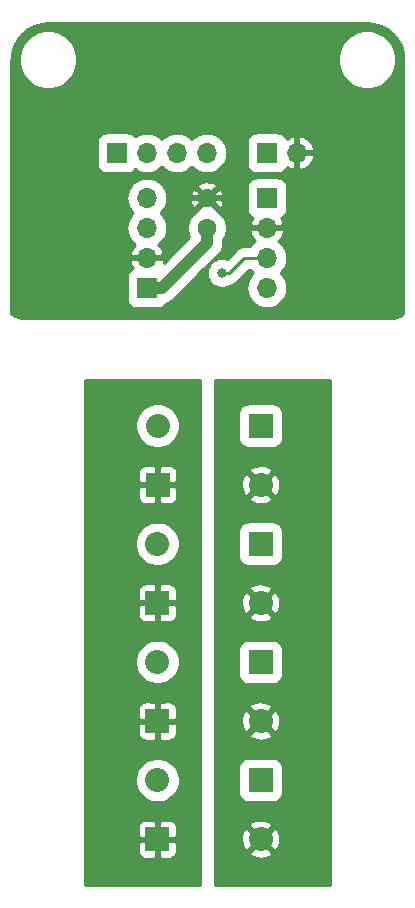
<source format=gbr>
G04 #@! TF.GenerationSoftware,KiCad,Pcbnew,(5.1.2-1)-1*
G04 #@! TF.CreationDate,2019-06-03T16:39:24-07:00*
G04 #@! TF.ProjectId,PowerDistribution,506f7765-7244-4697-9374-726962757469,rev?*
G04 #@! TF.SameCoordinates,Original*
G04 #@! TF.FileFunction,Copper,L2,Bot*
G04 #@! TF.FilePolarity,Positive*
%FSLAX46Y46*%
G04 Gerber Fmt 4.6, Leading zero omitted, Abs format (unit mm)*
G04 Created by KiCad (PCBNEW (5.1.2-1)-1) date 2019-06-03 16:39:24*
%MOMM*%
%LPD*%
G04 APERTURE LIST*
%ADD10C,2.032000*%
%ADD11R,2.032000X2.032000*%
%ADD12C,1.600000*%
%ADD13O,1.700000X1.700000*%
%ADD14R,1.700000X1.700000*%
%ADD15C,0.800000*%
%ADD16C,1.000000*%
%ADD17C,0.500000*%
%ADD18C,0.250000*%
%ADD19C,0.254000*%
G04 APERTURE END LIST*
D10*
X129000000Y-19998720D03*
D11*
X129000000Y-15000000D03*
D10*
X129000000Y-9998720D03*
D11*
X129000000Y-5000000D03*
D10*
X129000000Y1280D03*
D11*
X129000000Y5000000D03*
D10*
X129000000Y10001280D03*
D11*
X129000000Y15000000D03*
D10*
X120250000Y-15001280D03*
D11*
X120250000Y-20000000D03*
D10*
X120250000Y-5001280D03*
D11*
X120250000Y-10000000D03*
D10*
X120250000Y4998720D03*
D11*
X120250000Y0D03*
D10*
X120285000Y14998720D03*
D11*
X120285000Y10000000D03*
D12*
X124460000Y34250000D03*
X124460000Y31750000D03*
D13*
X119380000Y34290000D03*
X119380000Y31750000D03*
X119380000Y29210000D03*
D14*
X119380000Y26670000D03*
D13*
X132080000Y38100000D03*
D14*
X129540000Y38100000D03*
D13*
X124460000Y38100000D03*
X121920000Y38100000D03*
X119380000Y38100000D03*
D14*
X116840000Y38100000D03*
D13*
X129540000Y26670000D03*
X129540000Y29210000D03*
X129540000Y31750000D03*
D14*
X129540000Y34290000D03*
D15*
X125730000Y27940000D03*
D16*
X124460000Y30480000D02*
X120650000Y26670000D01*
X120650000Y26670000D02*
X119380000Y26670000D01*
X124460000Y31750000D02*
X124460000Y30480000D01*
D17*
X121920000Y33020000D02*
X123150000Y34250000D01*
X123150000Y34250000D02*
X124460000Y34250000D01*
X121920000Y30480000D02*
X121920000Y33020000D01*
X120650000Y29210000D02*
X121920000Y30480000D01*
X119380000Y29210000D02*
X120650000Y29210000D01*
X130810000Y31750000D02*
X132080000Y33020000D01*
X132080000Y38100000D02*
X132080000Y33020000D01*
X130810000Y31750000D02*
X129540000Y31750000D01*
X125770000Y34250000D02*
X124460000Y34250000D01*
X128270000Y31750000D02*
X125770000Y34250000D01*
X129540000Y31750000D02*
X128270000Y31750000D01*
D18*
X127635000Y29210000D02*
X129540000Y29210000D01*
X126365000Y27940000D02*
X127635000Y29210000D01*
X125730000Y27940000D02*
X126365000Y27940000D01*
D19*
G36*
X138600897Y49034756D02*
G01*
X139178905Y48860245D01*
X139712014Y48576786D01*
X140179911Y48195179D01*
X140564773Y47729960D01*
X140851946Y47198846D01*
X141030486Y46622073D01*
X141098000Y45979726D01*
X141098000Y24488651D01*
X141012445Y24424605D01*
X140777940Y24296556D01*
X140527593Y24203181D01*
X140266504Y24146385D01*
X139995470Y24127000D01*
X109004530Y24127000D01*
X108733496Y24146385D01*
X108472407Y24203181D01*
X108222060Y24296556D01*
X107987555Y24424605D01*
X107902000Y24488651D01*
X107902000Y27520000D01*
X117648757Y27520000D01*
X117648757Y25820000D01*
X117665690Y25648078D01*
X117715838Y25482763D01*
X117797273Y25330408D01*
X117906867Y25196867D01*
X118040408Y25087273D01*
X118192763Y25005838D01*
X118358078Y24955690D01*
X118530000Y24938757D01*
X120230000Y24938757D01*
X120401922Y24955690D01*
X120567237Y25005838D01*
X120719592Y25087273D01*
X120853133Y25196867D01*
X120957806Y25324412D01*
X120977573Y25330408D01*
X121179505Y25391663D01*
X121418721Y25519527D01*
X121628397Y25691603D01*
X121671521Y25744150D01*
X123993145Y28065774D01*
X124453000Y28065774D01*
X124453000Y27814226D01*
X124502074Y27567513D01*
X124598337Y27335114D01*
X124738089Y27125960D01*
X124915960Y26948089D01*
X125125114Y26808337D01*
X125357513Y26712074D01*
X125604226Y26663000D01*
X125855774Y26663000D01*
X126102487Y26712074D01*
X126334886Y26808337D01*
X126544040Y26948089D01*
X126547031Y26951080D01*
X126561426Y26952498D01*
X126750304Y27009794D01*
X126924375Y27102836D01*
X127076949Y27228051D01*
X127108331Y27266290D01*
X128050042Y28208000D01*
X128128198Y28208000D01*
X128312918Y27982918D01*
X128365214Y27940000D01*
X128312918Y27897082D01*
X128097104Y27634112D01*
X127936740Y27334092D01*
X127837988Y27008551D01*
X127804644Y26670000D01*
X127837988Y26331449D01*
X127936740Y26005908D01*
X128097104Y25705888D01*
X128312918Y25442918D01*
X128575888Y25227104D01*
X128875908Y25066740D01*
X129201449Y24967988D01*
X129455159Y24943000D01*
X129624841Y24943000D01*
X129878551Y24967988D01*
X130204092Y25066740D01*
X130504112Y25227104D01*
X130767082Y25442918D01*
X130982896Y25705888D01*
X131143260Y26005908D01*
X131242012Y26331449D01*
X131275356Y26670000D01*
X131242012Y27008551D01*
X131143260Y27334092D01*
X130982896Y27634112D01*
X130767082Y27897082D01*
X130714786Y27940000D01*
X130767082Y27982918D01*
X130982896Y28245888D01*
X131143260Y28545908D01*
X131242012Y28871449D01*
X131275356Y29210000D01*
X131242012Y29548551D01*
X131143260Y29874092D01*
X130982896Y30174112D01*
X130767082Y30437082D01*
X130517746Y30641707D01*
X130637588Y30749731D01*
X130811641Y30983080D01*
X130936825Y31245901D01*
X130981476Y31393110D01*
X130860155Y31623000D01*
X129667000Y31623000D01*
X129667000Y31603000D01*
X129413000Y31603000D01*
X129413000Y31623000D01*
X128219845Y31623000D01*
X128098524Y31393110D01*
X128143175Y31245901D01*
X128268359Y30983080D01*
X128442412Y30749731D01*
X128562254Y30641707D01*
X128312918Y30437082D01*
X128128198Y30212000D01*
X127684215Y30212000D01*
X127634999Y30216847D01*
X127585783Y30212000D01*
X127585777Y30212000D01*
X127458612Y30199476D01*
X127438573Y30197502D01*
X127381277Y30180121D01*
X127249696Y30140206D01*
X127075625Y30047164D01*
X126923051Y29921949D01*
X126891673Y29883715D01*
X126154387Y29146428D01*
X126102487Y29167926D01*
X125855774Y29217000D01*
X125604226Y29217000D01*
X125357513Y29167926D01*
X125125114Y29071663D01*
X124915960Y28931911D01*
X124738089Y28754040D01*
X124598337Y28544886D01*
X124502074Y28312487D01*
X124453000Y28065774D01*
X123993145Y28065774D01*
X125385855Y29458483D01*
X125438397Y29501603D01*
X125610473Y29711279D01*
X125738337Y29950495D01*
X125806170Y30174112D01*
X125817075Y30210060D01*
X125843662Y30480000D01*
X125837000Y30547640D01*
X125837000Y30792306D01*
X125946138Y30955643D01*
X126072554Y31260837D01*
X126137000Y31584830D01*
X126137000Y31915170D01*
X126072554Y32239163D01*
X125946138Y32544357D01*
X125762611Y32819025D01*
X125529025Y33052611D01*
X125264834Y33229137D01*
X125273097Y33257298D01*
X124460000Y34070395D01*
X123646903Y33257298D01*
X123655166Y33229137D01*
X123390975Y33052611D01*
X123157389Y32819025D01*
X122973862Y32544357D01*
X122847446Y32239163D01*
X122783000Y31915170D01*
X122783000Y31584830D01*
X122847446Y31260837D01*
X122973862Y30955643D01*
X122979633Y30947005D01*
X120793498Y28760869D01*
X120821476Y28853110D01*
X120700155Y29083000D01*
X119507000Y29083000D01*
X119507000Y29063000D01*
X119253000Y29063000D01*
X119253000Y29083000D01*
X118059845Y29083000D01*
X117938524Y28853110D01*
X117983175Y28705901D01*
X118108359Y28443080D01*
X118190502Y28332953D01*
X118040408Y28252727D01*
X117906867Y28143133D01*
X117797273Y28009592D01*
X117715838Y27857237D01*
X117665690Y27691922D01*
X117648757Y27520000D01*
X107902000Y27520000D01*
X107902000Y34290000D01*
X117644644Y34290000D01*
X117677988Y33951449D01*
X117776740Y33625908D01*
X117937104Y33325888D01*
X118152918Y33062918D01*
X118205214Y33020000D01*
X118152918Y32977082D01*
X117937104Y32714112D01*
X117776740Y32414092D01*
X117677988Y32088551D01*
X117644644Y31750000D01*
X117677988Y31411449D01*
X117776740Y31085908D01*
X117937104Y30785888D01*
X118152918Y30522918D01*
X118402254Y30318293D01*
X118282412Y30210269D01*
X118108359Y29976920D01*
X117983175Y29714099D01*
X117938524Y29566890D01*
X118059845Y29337000D01*
X119253000Y29337000D01*
X119253000Y29357000D01*
X119507000Y29357000D01*
X119507000Y29337000D01*
X120700155Y29337000D01*
X120821476Y29566890D01*
X120776825Y29714099D01*
X120651641Y29976920D01*
X120477588Y30210269D01*
X120357746Y30318293D01*
X120607082Y30522918D01*
X120822896Y30785888D01*
X120983260Y31085908D01*
X121082012Y31411449D01*
X121115356Y31750000D01*
X121082012Y32088551D01*
X120983260Y32414092D01*
X120822896Y32714112D01*
X120607082Y32977082D01*
X120554786Y33020000D01*
X120607082Y33062918D01*
X120822896Y33325888D01*
X120983260Y33625908D01*
X121082012Y33951449D01*
X121104471Y34179488D01*
X123019783Y34179488D01*
X123061213Y33899870D01*
X123156397Y33633708D01*
X123223329Y33508486D01*
X123467298Y33436903D01*
X124280395Y34250000D01*
X124639605Y34250000D01*
X125452702Y33436903D01*
X125696671Y33508486D01*
X125817571Y33763996D01*
X125886300Y34038184D01*
X125900217Y34320512D01*
X125858787Y34600130D01*
X125763603Y34866292D01*
X125696671Y34991514D01*
X125452702Y35063097D01*
X124639605Y34250000D01*
X124280395Y34250000D01*
X123467298Y35063097D01*
X123223329Y34991514D01*
X123102429Y34736004D01*
X123033700Y34461816D01*
X123019783Y34179488D01*
X121104471Y34179488D01*
X121115356Y34290000D01*
X121082012Y34628551D01*
X120983260Y34954092D01*
X120828995Y35242702D01*
X123646903Y35242702D01*
X124460000Y34429605D01*
X125170395Y35140000D01*
X127808757Y35140000D01*
X127808757Y33440000D01*
X127825690Y33268078D01*
X127875838Y33102763D01*
X127957273Y32950408D01*
X128066867Y32816867D01*
X128200408Y32707273D01*
X128350502Y32627047D01*
X128268359Y32516920D01*
X128143175Y32254099D01*
X128098524Y32106890D01*
X128219845Y31877000D01*
X129413000Y31877000D01*
X129413000Y31897000D01*
X129667000Y31897000D01*
X129667000Y31877000D01*
X130860155Y31877000D01*
X130981476Y32106890D01*
X130936825Y32254099D01*
X130811641Y32516920D01*
X130729498Y32627047D01*
X130879592Y32707273D01*
X131013133Y32816867D01*
X131122727Y32950408D01*
X131204162Y33102763D01*
X131254310Y33268078D01*
X131271243Y33440000D01*
X131271243Y35140000D01*
X131254310Y35311922D01*
X131204162Y35477237D01*
X131122727Y35629592D01*
X131013133Y35763133D01*
X130879592Y35872727D01*
X130727237Y35954162D01*
X130561922Y36004310D01*
X130390000Y36021243D01*
X128690000Y36021243D01*
X128518078Y36004310D01*
X128352763Y35954162D01*
X128200408Y35872727D01*
X128066867Y35763133D01*
X127957273Y35629592D01*
X127875838Y35477237D01*
X127825690Y35311922D01*
X127808757Y35140000D01*
X125170395Y35140000D01*
X125273097Y35242702D01*
X125201514Y35486671D01*
X124946004Y35607571D01*
X124671816Y35676300D01*
X124389488Y35690217D01*
X124109870Y35648787D01*
X123843708Y35553603D01*
X123718486Y35486671D01*
X123646903Y35242702D01*
X120828995Y35242702D01*
X120822896Y35254112D01*
X120607082Y35517082D01*
X120344112Y35732896D01*
X120044092Y35893260D01*
X119718551Y35992012D01*
X119464841Y36017000D01*
X119295159Y36017000D01*
X119041449Y35992012D01*
X118715908Y35893260D01*
X118415888Y35732896D01*
X118152918Y35517082D01*
X117937104Y35254112D01*
X117776740Y34954092D01*
X117677988Y34628551D01*
X117644644Y34290000D01*
X107902000Y34290000D01*
X107902000Y38950000D01*
X115108757Y38950000D01*
X115108757Y37250000D01*
X115125690Y37078078D01*
X115175838Y36912763D01*
X115257273Y36760408D01*
X115366867Y36626867D01*
X115500408Y36517273D01*
X115652763Y36435838D01*
X115818078Y36385690D01*
X115990000Y36368757D01*
X117690000Y36368757D01*
X117861922Y36385690D01*
X118027237Y36435838D01*
X118179592Y36517273D01*
X118313133Y36626867D01*
X118369315Y36695325D01*
X118415888Y36657104D01*
X118715908Y36496740D01*
X119041449Y36397988D01*
X119295159Y36373000D01*
X119464841Y36373000D01*
X119718551Y36397988D01*
X120044092Y36496740D01*
X120344112Y36657104D01*
X120607082Y36872918D01*
X120650000Y36925214D01*
X120692918Y36872918D01*
X120955888Y36657104D01*
X121255908Y36496740D01*
X121581449Y36397988D01*
X121835159Y36373000D01*
X122004841Y36373000D01*
X122258551Y36397988D01*
X122584092Y36496740D01*
X122884112Y36657104D01*
X123147082Y36872918D01*
X123190000Y36925214D01*
X123232918Y36872918D01*
X123495888Y36657104D01*
X123795908Y36496740D01*
X124121449Y36397988D01*
X124375159Y36373000D01*
X124544841Y36373000D01*
X124798551Y36397988D01*
X125124092Y36496740D01*
X125424112Y36657104D01*
X125687082Y36872918D01*
X125902896Y37135888D01*
X126063260Y37435908D01*
X126162012Y37761449D01*
X126195356Y38100000D01*
X126162012Y38438551D01*
X126063260Y38764092D01*
X125963891Y38950000D01*
X127808757Y38950000D01*
X127808757Y37250000D01*
X127825690Y37078078D01*
X127875838Y36912763D01*
X127957273Y36760408D01*
X128066867Y36626867D01*
X128200408Y36517273D01*
X128352763Y36435838D01*
X128518078Y36385690D01*
X128690000Y36368757D01*
X130390000Y36368757D01*
X130561922Y36385690D01*
X130727237Y36435838D01*
X130879592Y36517273D01*
X131013133Y36626867D01*
X131122727Y36760408D01*
X131202953Y36910502D01*
X131313080Y36828359D01*
X131575901Y36703175D01*
X131723110Y36658524D01*
X131953000Y36779845D01*
X131953000Y37973000D01*
X132207000Y37973000D01*
X132207000Y36779845D01*
X132436890Y36658524D01*
X132584099Y36703175D01*
X132846920Y36828359D01*
X133080269Y37002412D01*
X133275178Y37218645D01*
X133424157Y37468748D01*
X133521481Y37743109D01*
X133400814Y37973000D01*
X132207000Y37973000D01*
X131953000Y37973000D01*
X131933000Y37973000D01*
X131933000Y38227000D01*
X131953000Y38227000D01*
X131953000Y39420155D01*
X132207000Y39420155D01*
X132207000Y38227000D01*
X133400814Y38227000D01*
X133521481Y38456891D01*
X133424157Y38731252D01*
X133275178Y38981355D01*
X133080269Y39197588D01*
X132846920Y39371641D01*
X132584099Y39496825D01*
X132436890Y39541476D01*
X132207000Y39420155D01*
X131953000Y39420155D01*
X131723110Y39541476D01*
X131575901Y39496825D01*
X131313080Y39371641D01*
X131202953Y39289498D01*
X131122727Y39439592D01*
X131013133Y39573133D01*
X130879592Y39682727D01*
X130727237Y39764162D01*
X130561922Y39814310D01*
X130390000Y39831243D01*
X128690000Y39831243D01*
X128518078Y39814310D01*
X128352763Y39764162D01*
X128200408Y39682727D01*
X128066867Y39573133D01*
X127957273Y39439592D01*
X127875838Y39287237D01*
X127825690Y39121922D01*
X127808757Y38950000D01*
X125963891Y38950000D01*
X125902896Y39064112D01*
X125687082Y39327082D01*
X125424112Y39542896D01*
X125124092Y39703260D01*
X124798551Y39802012D01*
X124544841Y39827000D01*
X124375159Y39827000D01*
X124121449Y39802012D01*
X123795908Y39703260D01*
X123495888Y39542896D01*
X123232918Y39327082D01*
X123190000Y39274786D01*
X123147082Y39327082D01*
X122884112Y39542896D01*
X122584092Y39703260D01*
X122258551Y39802012D01*
X122004841Y39827000D01*
X121835159Y39827000D01*
X121581449Y39802012D01*
X121255908Y39703260D01*
X120955888Y39542896D01*
X120692918Y39327082D01*
X120650000Y39274786D01*
X120607082Y39327082D01*
X120344112Y39542896D01*
X120044092Y39703260D01*
X119718551Y39802012D01*
X119464841Y39827000D01*
X119295159Y39827000D01*
X119041449Y39802012D01*
X118715908Y39703260D01*
X118415888Y39542896D01*
X118369315Y39504675D01*
X118313133Y39573133D01*
X118179592Y39682727D01*
X118027237Y39764162D01*
X117861922Y39814310D01*
X117690000Y39831243D01*
X115990000Y39831243D01*
X115818078Y39814310D01*
X115652763Y39764162D01*
X115500408Y39682727D01*
X115366867Y39573133D01*
X115257273Y39439592D01*
X115175838Y39287237D01*
X115125690Y39121922D01*
X115108757Y38950000D01*
X107902000Y38950000D01*
X107902000Y45955887D01*
X107930246Y46243963D01*
X108523000Y46243963D01*
X108523000Y45756037D01*
X108618190Y45277486D01*
X108804911Y44826701D01*
X109075989Y44421005D01*
X109421005Y44075989D01*
X109826701Y43804911D01*
X110277486Y43618190D01*
X110756037Y43523000D01*
X111243963Y43523000D01*
X111722514Y43618190D01*
X112173299Y43804911D01*
X112578995Y44075989D01*
X112924011Y44421005D01*
X113195089Y44826701D01*
X113381810Y45277486D01*
X113477000Y45756037D01*
X113477000Y46243963D01*
X135523000Y46243963D01*
X135523000Y45756037D01*
X135618190Y45277486D01*
X135804911Y44826701D01*
X136075989Y44421005D01*
X136421005Y44075989D01*
X136826701Y43804911D01*
X137277486Y43618190D01*
X137756037Y43523000D01*
X138243963Y43523000D01*
X138722514Y43618190D01*
X139173299Y43804911D01*
X139578995Y44075989D01*
X139924011Y44421005D01*
X140195089Y44826701D01*
X140381810Y45277486D01*
X140477000Y45756037D01*
X140477000Y46243963D01*
X140381810Y46722514D01*
X140195089Y47173299D01*
X139924011Y47578995D01*
X139578995Y47924011D01*
X139173299Y48195089D01*
X138722514Y48381810D01*
X138243963Y48477000D01*
X137756037Y48477000D01*
X137277486Y48381810D01*
X136826701Y48195089D01*
X136421005Y47924011D01*
X136075989Y47578995D01*
X135804911Y47173299D01*
X135618190Y46722514D01*
X135523000Y46243963D01*
X113477000Y46243963D01*
X113381810Y46722514D01*
X113195089Y47173299D01*
X112924011Y47578995D01*
X112578995Y47924011D01*
X112173299Y48195089D01*
X111722514Y48381810D01*
X111243963Y48477000D01*
X110756037Y48477000D01*
X110277486Y48381810D01*
X109826701Y48195089D01*
X109421005Y47924011D01*
X109075989Y47578995D01*
X108804911Y47173299D01*
X108618190Y46722514D01*
X108523000Y46243963D01*
X107930246Y46243963D01*
X107965244Y46600897D01*
X108139755Y47178905D01*
X108423214Y47712014D01*
X108804821Y48179911D01*
X109270040Y48564773D01*
X109801154Y48851946D01*
X110377927Y49030486D01*
X111020274Y49098000D01*
X137955887Y49098000D01*
X138600897Y49034756D01*
X138600897Y49034756D01*
G37*
X138600897Y49034756D02*
X139178905Y48860245D01*
X139712014Y48576786D01*
X140179911Y48195179D01*
X140564773Y47729960D01*
X140851946Y47198846D01*
X141030486Y46622073D01*
X141098000Y45979726D01*
X141098000Y24488651D01*
X141012445Y24424605D01*
X140777940Y24296556D01*
X140527593Y24203181D01*
X140266504Y24146385D01*
X139995470Y24127000D01*
X109004530Y24127000D01*
X108733496Y24146385D01*
X108472407Y24203181D01*
X108222060Y24296556D01*
X107987555Y24424605D01*
X107902000Y24488651D01*
X107902000Y27520000D01*
X117648757Y27520000D01*
X117648757Y25820000D01*
X117665690Y25648078D01*
X117715838Y25482763D01*
X117797273Y25330408D01*
X117906867Y25196867D01*
X118040408Y25087273D01*
X118192763Y25005838D01*
X118358078Y24955690D01*
X118530000Y24938757D01*
X120230000Y24938757D01*
X120401922Y24955690D01*
X120567237Y25005838D01*
X120719592Y25087273D01*
X120853133Y25196867D01*
X120957806Y25324412D01*
X120977573Y25330408D01*
X121179505Y25391663D01*
X121418721Y25519527D01*
X121628397Y25691603D01*
X121671521Y25744150D01*
X123993145Y28065774D01*
X124453000Y28065774D01*
X124453000Y27814226D01*
X124502074Y27567513D01*
X124598337Y27335114D01*
X124738089Y27125960D01*
X124915960Y26948089D01*
X125125114Y26808337D01*
X125357513Y26712074D01*
X125604226Y26663000D01*
X125855774Y26663000D01*
X126102487Y26712074D01*
X126334886Y26808337D01*
X126544040Y26948089D01*
X126547031Y26951080D01*
X126561426Y26952498D01*
X126750304Y27009794D01*
X126924375Y27102836D01*
X127076949Y27228051D01*
X127108331Y27266290D01*
X128050042Y28208000D01*
X128128198Y28208000D01*
X128312918Y27982918D01*
X128365214Y27940000D01*
X128312918Y27897082D01*
X128097104Y27634112D01*
X127936740Y27334092D01*
X127837988Y27008551D01*
X127804644Y26670000D01*
X127837988Y26331449D01*
X127936740Y26005908D01*
X128097104Y25705888D01*
X128312918Y25442918D01*
X128575888Y25227104D01*
X128875908Y25066740D01*
X129201449Y24967988D01*
X129455159Y24943000D01*
X129624841Y24943000D01*
X129878551Y24967988D01*
X130204092Y25066740D01*
X130504112Y25227104D01*
X130767082Y25442918D01*
X130982896Y25705888D01*
X131143260Y26005908D01*
X131242012Y26331449D01*
X131275356Y26670000D01*
X131242012Y27008551D01*
X131143260Y27334092D01*
X130982896Y27634112D01*
X130767082Y27897082D01*
X130714786Y27940000D01*
X130767082Y27982918D01*
X130982896Y28245888D01*
X131143260Y28545908D01*
X131242012Y28871449D01*
X131275356Y29210000D01*
X131242012Y29548551D01*
X131143260Y29874092D01*
X130982896Y30174112D01*
X130767082Y30437082D01*
X130517746Y30641707D01*
X130637588Y30749731D01*
X130811641Y30983080D01*
X130936825Y31245901D01*
X130981476Y31393110D01*
X130860155Y31623000D01*
X129667000Y31623000D01*
X129667000Y31603000D01*
X129413000Y31603000D01*
X129413000Y31623000D01*
X128219845Y31623000D01*
X128098524Y31393110D01*
X128143175Y31245901D01*
X128268359Y30983080D01*
X128442412Y30749731D01*
X128562254Y30641707D01*
X128312918Y30437082D01*
X128128198Y30212000D01*
X127684215Y30212000D01*
X127634999Y30216847D01*
X127585783Y30212000D01*
X127585777Y30212000D01*
X127458612Y30199476D01*
X127438573Y30197502D01*
X127381277Y30180121D01*
X127249696Y30140206D01*
X127075625Y30047164D01*
X126923051Y29921949D01*
X126891673Y29883715D01*
X126154387Y29146428D01*
X126102487Y29167926D01*
X125855774Y29217000D01*
X125604226Y29217000D01*
X125357513Y29167926D01*
X125125114Y29071663D01*
X124915960Y28931911D01*
X124738089Y28754040D01*
X124598337Y28544886D01*
X124502074Y28312487D01*
X124453000Y28065774D01*
X123993145Y28065774D01*
X125385855Y29458483D01*
X125438397Y29501603D01*
X125610473Y29711279D01*
X125738337Y29950495D01*
X125806170Y30174112D01*
X125817075Y30210060D01*
X125843662Y30480000D01*
X125837000Y30547640D01*
X125837000Y30792306D01*
X125946138Y30955643D01*
X126072554Y31260837D01*
X126137000Y31584830D01*
X126137000Y31915170D01*
X126072554Y32239163D01*
X125946138Y32544357D01*
X125762611Y32819025D01*
X125529025Y33052611D01*
X125264834Y33229137D01*
X125273097Y33257298D01*
X124460000Y34070395D01*
X123646903Y33257298D01*
X123655166Y33229137D01*
X123390975Y33052611D01*
X123157389Y32819025D01*
X122973862Y32544357D01*
X122847446Y32239163D01*
X122783000Y31915170D01*
X122783000Y31584830D01*
X122847446Y31260837D01*
X122973862Y30955643D01*
X122979633Y30947005D01*
X120793498Y28760869D01*
X120821476Y28853110D01*
X120700155Y29083000D01*
X119507000Y29083000D01*
X119507000Y29063000D01*
X119253000Y29063000D01*
X119253000Y29083000D01*
X118059845Y29083000D01*
X117938524Y28853110D01*
X117983175Y28705901D01*
X118108359Y28443080D01*
X118190502Y28332953D01*
X118040408Y28252727D01*
X117906867Y28143133D01*
X117797273Y28009592D01*
X117715838Y27857237D01*
X117665690Y27691922D01*
X117648757Y27520000D01*
X107902000Y27520000D01*
X107902000Y34290000D01*
X117644644Y34290000D01*
X117677988Y33951449D01*
X117776740Y33625908D01*
X117937104Y33325888D01*
X118152918Y33062918D01*
X118205214Y33020000D01*
X118152918Y32977082D01*
X117937104Y32714112D01*
X117776740Y32414092D01*
X117677988Y32088551D01*
X117644644Y31750000D01*
X117677988Y31411449D01*
X117776740Y31085908D01*
X117937104Y30785888D01*
X118152918Y30522918D01*
X118402254Y30318293D01*
X118282412Y30210269D01*
X118108359Y29976920D01*
X117983175Y29714099D01*
X117938524Y29566890D01*
X118059845Y29337000D01*
X119253000Y29337000D01*
X119253000Y29357000D01*
X119507000Y29357000D01*
X119507000Y29337000D01*
X120700155Y29337000D01*
X120821476Y29566890D01*
X120776825Y29714099D01*
X120651641Y29976920D01*
X120477588Y30210269D01*
X120357746Y30318293D01*
X120607082Y30522918D01*
X120822896Y30785888D01*
X120983260Y31085908D01*
X121082012Y31411449D01*
X121115356Y31750000D01*
X121082012Y32088551D01*
X120983260Y32414092D01*
X120822896Y32714112D01*
X120607082Y32977082D01*
X120554786Y33020000D01*
X120607082Y33062918D01*
X120822896Y33325888D01*
X120983260Y33625908D01*
X121082012Y33951449D01*
X121104471Y34179488D01*
X123019783Y34179488D01*
X123061213Y33899870D01*
X123156397Y33633708D01*
X123223329Y33508486D01*
X123467298Y33436903D01*
X124280395Y34250000D01*
X124639605Y34250000D01*
X125452702Y33436903D01*
X125696671Y33508486D01*
X125817571Y33763996D01*
X125886300Y34038184D01*
X125900217Y34320512D01*
X125858787Y34600130D01*
X125763603Y34866292D01*
X125696671Y34991514D01*
X125452702Y35063097D01*
X124639605Y34250000D01*
X124280395Y34250000D01*
X123467298Y35063097D01*
X123223329Y34991514D01*
X123102429Y34736004D01*
X123033700Y34461816D01*
X123019783Y34179488D01*
X121104471Y34179488D01*
X121115356Y34290000D01*
X121082012Y34628551D01*
X120983260Y34954092D01*
X120828995Y35242702D01*
X123646903Y35242702D01*
X124460000Y34429605D01*
X125170395Y35140000D01*
X127808757Y35140000D01*
X127808757Y33440000D01*
X127825690Y33268078D01*
X127875838Y33102763D01*
X127957273Y32950408D01*
X128066867Y32816867D01*
X128200408Y32707273D01*
X128350502Y32627047D01*
X128268359Y32516920D01*
X128143175Y32254099D01*
X128098524Y32106890D01*
X128219845Y31877000D01*
X129413000Y31877000D01*
X129413000Y31897000D01*
X129667000Y31897000D01*
X129667000Y31877000D01*
X130860155Y31877000D01*
X130981476Y32106890D01*
X130936825Y32254099D01*
X130811641Y32516920D01*
X130729498Y32627047D01*
X130879592Y32707273D01*
X131013133Y32816867D01*
X131122727Y32950408D01*
X131204162Y33102763D01*
X131254310Y33268078D01*
X131271243Y33440000D01*
X131271243Y35140000D01*
X131254310Y35311922D01*
X131204162Y35477237D01*
X131122727Y35629592D01*
X131013133Y35763133D01*
X130879592Y35872727D01*
X130727237Y35954162D01*
X130561922Y36004310D01*
X130390000Y36021243D01*
X128690000Y36021243D01*
X128518078Y36004310D01*
X128352763Y35954162D01*
X128200408Y35872727D01*
X128066867Y35763133D01*
X127957273Y35629592D01*
X127875838Y35477237D01*
X127825690Y35311922D01*
X127808757Y35140000D01*
X125170395Y35140000D01*
X125273097Y35242702D01*
X125201514Y35486671D01*
X124946004Y35607571D01*
X124671816Y35676300D01*
X124389488Y35690217D01*
X124109870Y35648787D01*
X123843708Y35553603D01*
X123718486Y35486671D01*
X123646903Y35242702D01*
X120828995Y35242702D01*
X120822896Y35254112D01*
X120607082Y35517082D01*
X120344112Y35732896D01*
X120044092Y35893260D01*
X119718551Y35992012D01*
X119464841Y36017000D01*
X119295159Y36017000D01*
X119041449Y35992012D01*
X118715908Y35893260D01*
X118415888Y35732896D01*
X118152918Y35517082D01*
X117937104Y35254112D01*
X117776740Y34954092D01*
X117677988Y34628551D01*
X117644644Y34290000D01*
X107902000Y34290000D01*
X107902000Y38950000D01*
X115108757Y38950000D01*
X115108757Y37250000D01*
X115125690Y37078078D01*
X115175838Y36912763D01*
X115257273Y36760408D01*
X115366867Y36626867D01*
X115500408Y36517273D01*
X115652763Y36435838D01*
X115818078Y36385690D01*
X115990000Y36368757D01*
X117690000Y36368757D01*
X117861922Y36385690D01*
X118027237Y36435838D01*
X118179592Y36517273D01*
X118313133Y36626867D01*
X118369315Y36695325D01*
X118415888Y36657104D01*
X118715908Y36496740D01*
X119041449Y36397988D01*
X119295159Y36373000D01*
X119464841Y36373000D01*
X119718551Y36397988D01*
X120044092Y36496740D01*
X120344112Y36657104D01*
X120607082Y36872918D01*
X120650000Y36925214D01*
X120692918Y36872918D01*
X120955888Y36657104D01*
X121255908Y36496740D01*
X121581449Y36397988D01*
X121835159Y36373000D01*
X122004841Y36373000D01*
X122258551Y36397988D01*
X122584092Y36496740D01*
X122884112Y36657104D01*
X123147082Y36872918D01*
X123190000Y36925214D01*
X123232918Y36872918D01*
X123495888Y36657104D01*
X123795908Y36496740D01*
X124121449Y36397988D01*
X124375159Y36373000D01*
X124544841Y36373000D01*
X124798551Y36397988D01*
X125124092Y36496740D01*
X125424112Y36657104D01*
X125687082Y36872918D01*
X125902896Y37135888D01*
X126063260Y37435908D01*
X126162012Y37761449D01*
X126195356Y38100000D01*
X126162012Y38438551D01*
X126063260Y38764092D01*
X125963891Y38950000D01*
X127808757Y38950000D01*
X127808757Y37250000D01*
X127825690Y37078078D01*
X127875838Y36912763D01*
X127957273Y36760408D01*
X128066867Y36626867D01*
X128200408Y36517273D01*
X128352763Y36435838D01*
X128518078Y36385690D01*
X128690000Y36368757D01*
X130390000Y36368757D01*
X130561922Y36385690D01*
X130727237Y36435838D01*
X130879592Y36517273D01*
X131013133Y36626867D01*
X131122727Y36760408D01*
X131202953Y36910502D01*
X131313080Y36828359D01*
X131575901Y36703175D01*
X131723110Y36658524D01*
X131953000Y36779845D01*
X131953000Y37973000D01*
X132207000Y37973000D01*
X132207000Y36779845D01*
X132436890Y36658524D01*
X132584099Y36703175D01*
X132846920Y36828359D01*
X133080269Y37002412D01*
X133275178Y37218645D01*
X133424157Y37468748D01*
X133521481Y37743109D01*
X133400814Y37973000D01*
X132207000Y37973000D01*
X131953000Y37973000D01*
X131933000Y37973000D01*
X131933000Y38227000D01*
X131953000Y38227000D01*
X131953000Y39420155D01*
X132207000Y39420155D01*
X132207000Y38227000D01*
X133400814Y38227000D01*
X133521481Y38456891D01*
X133424157Y38731252D01*
X133275178Y38981355D01*
X133080269Y39197588D01*
X132846920Y39371641D01*
X132584099Y39496825D01*
X132436890Y39541476D01*
X132207000Y39420155D01*
X131953000Y39420155D01*
X131723110Y39541476D01*
X131575901Y39496825D01*
X131313080Y39371641D01*
X131202953Y39289498D01*
X131122727Y39439592D01*
X131013133Y39573133D01*
X130879592Y39682727D01*
X130727237Y39764162D01*
X130561922Y39814310D01*
X130390000Y39831243D01*
X128690000Y39831243D01*
X128518078Y39814310D01*
X128352763Y39764162D01*
X128200408Y39682727D01*
X128066867Y39573133D01*
X127957273Y39439592D01*
X127875838Y39287237D01*
X127825690Y39121922D01*
X127808757Y38950000D01*
X125963891Y38950000D01*
X125902896Y39064112D01*
X125687082Y39327082D01*
X125424112Y39542896D01*
X125124092Y39703260D01*
X124798551Y39802012D01*
X124544841Y39827000D01*
X124375159Y39827000D01*
X124121449Y39802012D01*
X123795908Y39703260D01*
X123495888Y39542896D01*
X123232918Y39327082D01*
X123190000Y39274786D01*
X123147082Y39327082D01*
X122884112Y39542896D01*
X122584092Y39703260D01*
X122258551Y39802012D01*
X122004841Y39827000D01*
X121835159Y39827000D01*
X121581449Y39802012D01*
X121255908Y39703260D01*
X120955888Y39542896D01*
X120692918Y39327082D01*
X120650000Y39274786D01*
X120607082Y39327082D01*
X120344112Y39542896D01*
X120044092Y39703260D01*
X119718551Y39802012D01*
X119464841Y39827000D01*
X119295159Y39827000D01*
X119041449Y39802012D01*
X118715908Y39703260D01*
X118415888Y39542896D01*
X118369315Y39504675D01*
X118313133Y39573133D01*
X118179592Y39682727D01*
X118027237Y39764162D01*
X117861922Y39814310D01*
X117690000Y39831243D01*
X115990000Y39831243D01*
X115818078Y39814310D01*
X115652763Y39764162D01*
X115500408Y39682727D01*
X115366867Y39573133D01*
X115257273Y39439592D01*
X115175838Y39287237D01*
X115125690Y39121922D01*
X115108757Y38950000D01*
X107902000Y38950000D01*
X107902000Y45955887D01*
X107930246Y46243963D01*
X108523000Y46243963D01*
X108523000Y45756037D01*
X108618190Y45277486D01*
X108804911Y44826701D01*
X109075989Y44421005D01*
X109421005Y44075989D01*
X109826701Y43804911D01*
X110277486Y43618190D01*
X110756037Y43523000D01*
X111243963Y43523000D01*
X111722514Y43618190D01*
X112173299Y43804911D01*
X112578995Y44075989D01*
X112924011Y44421005D01*
X113195089Y44826701D01*
X113381810Y45277486D01*
X113477000Y45756037D01*
X113477000Y46243963D01*
X135523000Y46243963D01*
X135523000Y45756037D01*
X135618190Y45277486D01*
X135804911Y44826701D01*
X136075989Y44421005D01*
X136421005Y44075989D01*
X136826701Y43804911D01*
X137277486Y43618190D01*
X137756037Y43523000D01*
X138243963Y43523000D01*
X138722514Y43618190D01*
X139173299Y43804911D01*
X139578995Y44075989D01*
X139924011Y44421005D01*
X140195089Y44826701D01*
X140381810Y45277486D01*
X140477000Y45756037D01*
X140477000Y46243963D01*
X140381810Y46722514D01*
X140195089Y47173299D01*
X139924011Y47578995D01*
X139578995Y47924011D01*
X139173299Y48195089D01*
X138722514Y48381810D01*
X138243963Y48477000D01*
X137756037Y48477000D01*
X137277486Y48381810D01*
X136826701Y48195089D01*
X136421005Y47924011D01*
X136075989Y47578995D01*
X135804911Y47173299D01*
X135618190Y46722514D01*
X135523000Y46243963D01*
X113477000Y46243963D01*
X113381810Y46722514D01*
X113195089Y47173299D01*
X112924011Y47578995D01*
X112578995Y47924011D01*
X112173299Y48195089D01*
X111722514Y48381810D01*
X111243963Y48477000D01*
X110756037Y48477000D01*
X110277486Y48381810D01*
X109826701Y48195089D01*
X109421005Y47924011D01*
X109075989Y47578995D01*
X108804911Y47173299D01*
X108618190Y46722514D01*
X108523000Y46243963D01*
X107930246Y46243963D01*
X107965244Y46600897D01*
X108139755Y47178905D01*
X108423214Y47712014D01*
X108804821Y48179911D01*
X109270040Y48564773D01*
X109801154Y48851946D01*
X110377927Y49030486D01*
X111020274Y49098000D01*
X137955887Y49098000D01*
X138600897Y49034756D01*
G36*
X134873000Y-23873000D02*
G01*
X125127000Y-23873000D01*
X125127000Y-21145543D01*
X128032782Y-21145543D01*
X128130478Y-21411580D01*
X128422821Y-21554068D01*
X128737344Y-21636784D01*
X129061962Y-21656551D01*
X129384198Y-21612608D01*
X129691670Y-21506644D01*
X129869522Y-21411580D01*
X129967218Y-21145543D01*
X129000000Y-20178325D01*
X128032782Y-21145543D01*
X125127000Y-21145543D01*
X125127000Y-20060682D01*
X127342169Y-20060682D01*
X127386112Y-20382918D01*
X127492076Y-20690390D01*
X127587140Y-20868242D01*
X127853177Y-20965938D01*
X128820395Y-19998720D01*
X129179605Y-19998720D01*
X130146823Y-20965938D01*
X130412860Y-20868242D01*
X130555348Y-20575899D01*
X130638064Y-20261376D01*
X130657831Y-19936758D01*
X130613888Y-19614522D01*
X130507924Y-19307050D01*
X130412860Y-19129198D01*
X130146823Y-19031502D01*
X129179605Y-19998720D01*
X128820395Y-19998720D01*
X127853177Y-19031502D01*
X127587140Y-19129198D01*
X127444652Y-19421541D01*
X127361936Y-19736064D01*
X127342169Y-20060682D01*
X125127000Y-20060682D01*
X125127000Y-18851897D01*
X128032782Y-18851897D01*
X129000000Y-19819115D01*
X129967218Y-18851897D01*
X129869522Y-18585860D01*
X129577179Y-18443372D01*
X129262656Y-18360656D01*
X128938038Y-18340889D01*
X128615802Y-18384832D01*
X128308330Y-18490796D01*
X128130478Y-18585860D01*
X128032782Y-18851897D01*
X125127000Y-18851897D01*
X125127000Y-13984000D01*
X127102757Y-13984000D01*
X127102757Y-16016000D01*
X127119690Y-16187922D01*
X127169838Y-16353237D01*
X127251273Y-16505592D01*
X127360867Y-16639133D01*
X127494408Y-16748727D01*
X127646763Y-16830162D01*
X127812078Y-16880310D01*
X127984000Y-16897243D01*
X130016000Y-16897243D01*
X130187922Y-16880310D01*
X130353237Y-16830162D01*
X130505592Y-16748727D01*
X130639133Y-16639133D01*
X130748727Y-16505592D01*
X130830162Y-16353237D01*
X130880310Y-16187922D01*
X130897243Y-16016000D01*
X130897243Y-13984000D01*
X130880310Y-13812078D01*
X130830162Y-13646763D01*
X130748727Y-13494408D01*
X130639133Y-13360867D01*
X130505592Y-13251273D01*
X130353237Y-13169838D01*
X130187922Y-13119690D01*
X130016000Y-13102757D01*
X127984000Y-13102757D01*
X127812078Y-13119690D01*
X127646763Y-13169838D01*
X127494408Y-13251273D01*
X127360867Y-13360867D01*
X127251273Y-13494408D01*
X127169838Y-13646763D01*
X127119690Y-13812078D01*
X127102757Y-13984000D01*
X125127000Y-13984000D01*
X125127000Y-11145543D01*
X128032782Y-11145543D01*
X128130478Y-11411580D01*
X128422821Y-11554068D01*
X128737344Y-11636784D01*
X129061962Y-11656551D01*
X129384198Y-11612608D01*
X129691670Y-11506644D01*
X129869522Y-11411580D01*
X129967218Y-11145543D01*
X129000000Y-10178325D01*
X128032782Y-11145543D01*
X125127000Y-11145543D01*
X125127000Y-10060682D01*
X127342169Y-10060682D01*
X127386112Y-10382918D01*
X127492076Y-10690390D01*
X127587140Y-10868242D01*
X127853177Y-10965938D01*
X128820395Y-9998720D01*
X129179605Y-9998720D01*
X130146823Y-10965938D01*
X130412860Y-10868242D01*
X130555348Y-10575899D01*
X130638064Y-10261376D01*
X130657831Y-9936758D01*
X130613888Y-9614522D01*
X130507924Y-9307050D01*
X130412860Y-9129198D01*
X130146823Y-9031502D01*
X129179605Y-9998720D01*
X128820395Y-9998720D01*
X127853177Y-9031502D01*
X127587140Y-9129198D01*
X127444652Y-9421541D01*
X127361936Y-9736064D01*
X127342169Y-10060682D01*
X125127000Y-10060682D01*
X125127000Y-8851897D01*
X128032782Y-8851897D01*
X129000000Y-9819115D01*
X129967218Y-8851897D01*
X129869522Y-8585860D01*
X129577179Y-8443372D01*
X129262656Y-8360656D01*
X128938038Y-8340889D01*
X128615802Y-8384832D01*
X128308330Y-8490796D01*
X128130478Y-8585860D01*
X128032782Y-8851897D01*
X125127000Y-8851897D01*
X125127000Y-3984000D01*
X127102757Y-3984000D01*
X127102757Y-6016000D01*
X127119690Y-6187922D01*
X127169838Y-6353237D01*
X127251273Y-6505592D01*
X127360867Y-6639133D01*
X127494408Y-6748727D01*
X127646763Y-6830162D01*
X127812078Y-6880310D01*
X127984000Y-6897243D01*
X130016000Y-6897243D01*
X130187922Y-6880310D01*
X130353237Y-6830162D01*
X130505592Y-6748727D01*
X130639133Y-6639133D01*
X130748727Y-6505592D01*
X130830162Y-6353237D01*
X130880310Y-6187922D01*
X130897243Y-6016000D01*
X130897243Y-3984000D01*
X130880310Y-3812078D01*
X130830162Y-3646763D01*
X130748727Y-3494408D01*
X130639133Y-3360867D01*
X130505592Y-3251273D01*
X130353237Y-3169838D01*
X130187922Y-3119690D01*
X130016000Y-3102757D01*
X127984000Y-3102757D01*
X127812078Y-3119690D01*
X127646763Y-3169838D01*
X127494408Y-3251273D01*
X127360867Y-3360867D01*
X127251273Y-3494408D01*
X127169838Y-3646763D01*
X127119690Y-3812078D01*
X127102757Y-3984000D01*
X125127000Y-3984000D01*
X125127000Y-1145543D01*
X128032782Y-1145543D01*
X128130478Y-1411580D01*
X128422821Y-1554068D01*
X128737344Y-1636784D01*
X129061962Y-1656551D01*
X129384198Y-1612608D01*
X129691670Y-1506644D01*
X129869522Y-1411580D01*
X129967218Y-1145543D01*
X129000000Y-178325D01*
X128032782Y-1145543D01*
X125127000Y-1145543D01*
X125127000Y-60682D01*
X127342169Y-60682D01*
X127386112Y-382918D01*
X127492076Y-690390D01*
X127587140Y-868242D01*
X127853177Y-965938D01*
X128820395Y1280D01*
X129179605Y1280D01*
X130146823Y-965938D01*
X130412860Y-868242D01*
X130555348Y-575899D01*
X130638064Y-261376D01*
X130657831Y63242D01*
X130613888Y385478D01*
X130507924Y692950D01*
X130412860Y870802D01*
X130146823Y968498D01*
X129179605Y1280D01*
X128820395Y1280D01*
X127853177Y968498D01*
X127587140Y870802D01*
X127444652Y578459D01*
X127361936Y263936D01*
X127342169Y-60682D01*
X125127000Y-60682D01*
X125127000Y1148103D01*
X128032782Y1148103D01*
X129000000Y180885D01*
X129967218Y1148103D01*
X129869522Y1414140D01*
X129577179Y1556628D01*
X129262656Y1639344D01*
X128938038Y1659111D01*
X128615802Y1615168D01*
X128308330Y1509204D01*
X128130478Y1414140D01*
X128032782Y1148103D01*
X125127000Y1148103D01*
X125127000Y6016000D01*
X127102757Y6016000D01*
X127102757Y3984000D01*
X127119690Y3812078D01*
X127169838Y3646763D01*
X127251273Y3494408D01*
X127360867Y3360867D01*
X127494408Y3251273D01*
X127646763Y3169838D01*
X127812078Y3119690D01*
X127984000Y3102757D01*
X130016000Y3102757D01*
X130187922Y3119690D01*
X130353237Y3169838D01*
X130505592Y3251273D01*
X130639133Y3360867D01*
X130748727Y3494408D01*
X130830162Y3646763D01*
X130880310Y3812078D01*
X130897243Y3984000D01*
X130897243Y6016000D01*
X130880310Y6187922D01*
X130830162Y6353237D01*
X130748727Y6505592D01*
X130639133Y6639133D01*
X130505592Y6748727D01*
X130353237Y6830162D01*
X130187922Y6880310D01*
X130016000Y6897243D01*
X127984000Y6897243D01*
X127812078Y6880310D01*
X127646763Y6830162D01*
X127494408Y6748727D01*
X127360867Y6639133D01*
X127251273Y6505592D01*
X127169838Y6353237D01*
X127119690Y6187922D01*
X127102757Y6016000D01*
X125127000Y6016000D01*
X125127000Y8854457D01*
X128032782Y8854457D01*
X128130478Y8588420D01*
X128422821Y8445932D01*
X128737344Y8363216D01*
X129061962Y8343449D01*
X129384198Y8387392D01*
X129691670Y8493356D01*
X129869522Y8588420D01*
X129967218Y8854457D01*
X129000000Y9821675D01*
X128032782Y8854457D01*
X125127000Y8854457D01*
X125127000Y9939318D01*
X127342169Y9939318D01*
X127386112Y9617082D01*
X127492076Y9309610D01*
X127587140Y9131758D01*
X127853177Y9034062D01*
X128820395Y10001280D01*
X129179605Y10001280D01*
X130146823Y9034062D01*
X130412860Y9131758D01*
X130555348Y9424101D01*
X130638064Y9738624D01*
X130657831Y10063242D01*
X130613888Y10385478D01*
X130507924Y10692950D01*
X130412860Y10870802D01*
X130146823Y10968498D01*
X129179605Y10001280D01*
X128820395Y10001280D01*
X127853177Y10968498D01*
X127587140Y10870802D01*
X127444652Y10578459D01*
X127361936Y10263936D01*
X127342169Y9939318D01*
X125127000Y9939318D01*
X125127000Y11148103D01*
X128032782Y11148103D01*
X129000000Y10180885D01*
X129967218Y11148103D01*
X129869522Y11414140D01*
X129577179Y11556628D01*
X129262656Y11639344D01*
X128938038Y11659111D01*
X128615802Y11615168D01*
X128308330Y11509204D01*
X128130478Y11414140D01*
X128032782Y11148103D01*
X125127000Y11148103D01*
X125127000Y16016000D01*
X127102757Y16016000D01*
X127102757Y13984000D01*
X127119690Y13812078D01*
X127169838Y13646763D01*
X127251273Y13494408D01*
X127360867Y13360867D01*
X127494408Y13251273D01*
X127646763Y13169838D01*
X127812078Y13119690D01*
X127984000Y13102757D01*
X130016000Y13102757D01*
X130187922Y13119690D01*
X130353237Y13169838D01*
X130505592Y13251273D01*
X130639133Y13360867D01*
X130748727Y13494408D01*
X130830162Y13646763D01*
X130880310Y13812078D01*
X130897243Y13984000D01*
X130897243Y16016000D01*
X130880310Y16187922D01*
X130830162Y16353237D01*
X130748727Y16505592D01*
X130639133Y16639133D01*
X130505592Y16748727D01*
X130353237Y16830162D01*
X130187922Y16880310D01*
X130016000Y16897243D01*
X127984000Y16897243D01*
X127812078Y16880310D01*
X127646763Y16830162D01*
X127494408Y16748727D01*
X127360867Y16639133D01*
X127251273Y16505592D01*
X127169838Y16353237D01*
X127119690Y16187922D01*
X127102757Y16016000D01*
X125127000Y16016000D01*
X125127000Y18873000D01*
X134873000Y18873000D01*
X134873000Y-23873000D01*
X134873000Y-23873000D01*
G37*
X134873000Y-23873000D02*
X125127000Y-23873000D01*
X125127000Y-21145543D01*
X128032782Y-21145543D01*
X128130478Y-21411580D01*
X128422821Y-21554068D01*
X128737344Y-21636784D01*
X129061962Y-21656551D01*
X129384198Y-21612608D01*
X129691670Y-21506644D01*
X129869522Y-21411580D01*
X129967218Y-21145543D01*
X129000000Y-20178325D01*
X128032782Y-21145543D01*
X125127000Y-21145543D01*
X125127000Y-20060682D01*
X127342169Y-20060682D01*
X127386112Y-20382918D01*
X127492076Y-20690390D01*
X127587140Y-20868242D01*
X127853177Y-20965938D01*
X128820395Y-19998720D01*
X129179605Y-19998720D01*
X130146823Y-20965938D01*
X130412860Y-20868242D01*
X130555348Y-20575899D01*
X130638064Y-20261376D01*
X130657831Y-19936758D01*
X130613888Y-19614522D01*
X130507924Y-19307050D01*
X130412860Y-19129198D01*
X130146823Y-19031502D01*
X129179605Y-19998720D01*
X128820395Y-19998720D01*
X127853177Y-19031502D01*
X127587140Y-19129198D01*
X127444652Y-19421541D01*
X127361936Y-19736064D01*
X127342169Y-20060682D01*
X125127000Y-20060682D01*
X125127000Y-18851897D01*
X128032782Y-18851897D01*
X129000000Y-19819115D01*
X129967218Y-18851897D01*
X129869522Y-18585860D01*
X129577179Y-18443372D01*
X129262656Y-18360656D01*
X128938038Y-18340889D01*
X128615802Y-18384832D01*
X128308330Y-18490796D01*
X128130478Y-18585860D01*
X128032782Y-18851897D01*
X125127000Y-18851897D01*
X125127000Y-13984000D01*
X127102757Y-13984000D01*
X127102757Y-16016000D01*
X127119690Y-16187922D01*
X127169838Y-16353237D01*
X127251273Y-16505592D01*
X127360867Y-16639133D01*
X127494408Y-16748727D01*
X127646763Y-16830162D01*
X127812078Y-16880310D01*
X127984000Y-16897243D01*
X130016000Y-16897243D01*
X130187922Y-16880310D01*
X130353237Y-16830162D01*
X130505592Y-16748727D01*
X130639133Y-16639133D01*
X130748727Y-16505592D01*
X130830162Y-16353237D01*
X130880310Y-16187922D01*
X130897243Y-16016000D01*
X130897243Y-13984000D01*
X130880310Y-13812078D01*
X130830162Y-13646763D01*
X130748727Y-13494408D01*
X130639133Y-13360867D01*
X130505592Y-13251273D01*
X130353237Y-13169838D01*
X130187922Y-13119690D01*
X130016000Y-13102757D01*
X127984000Y-13102757D01*
X127812078Y-13119690D01*
X127646763Y-13169838D01*
X127494408Y-13251273D01*
X127360867Y-13360867D01*
X127251273Y-13494408D01*
X127169838Y-13646763D01*
X127119690Y-13812078D01*
X127102757Y-13984000D01*
X125127000Y-13984000D01*
X125127000Y-11145543D01*
X128032782Y-11145543D01*
X128130478Y-11411580D01*
X128422821Y-11554068D01*
X128737344Y-11636784D01*
X129061962Y-11656551D01*
X129384198Y-11612608D01*
X129691670Y-11506644D01*
X129869522Y-11411580D01*
X129967218Y-11145543D01*
X129000000Y-10178325D01*
X128032782Y-11145543D01*
X125127000Y-11145543D01*
X125127000Y-10060682D01*
X127342169Y-10060682D01*
X127386112Y-10382918D01*
X127492076Y-10690390D01*
X127587140Y-10868242D01*
X127853177Y-10965938D01*
X128820395Y-9998720D01*
X129179605Y-9998720D01*
X130146823Y-10965938D01*
X130412860Y-10868242D01*
X130555348Y-10575899D01*
X130638064Y-10261376D01*
X130657831Y-9936758D01*
X130613888Y-9614522D01*
X130507924Y-9307050D01*
X130412860Y-9129198D01*
X130146823Y-9031502D01*
X129179605Y-9998720D01*
X128820395Y-9998720D01*
X127853177Y-9031502D01*
X127587140Y-9129198D01*
X127444652Y-9421541D01*
X127361936Y-9736064D01*
X127342169Y-10060682D01*
X125127000Y-10060682D01*
X125127000Y-8851897D01*
X128032782Y-8851897D01*
X129000000Y-9819115D01*
X129967218Y-8851897D01*
X129869522Y-8585860D01*
X129577179Y-8443372D01*
X129262656Y-8360656D01*
X128938038Y-8340889D01*
X128615802Y-8384832D01*
X128308330Y-8490796D01*
X128130478Y-8585860D01*
X128032782Y-8851897D01*
X125127000Y-8851897D01*
X125127000Y-3984000D01*
X127102757Y-3984000D01*
X127102757Y-6016000D01*
X127119690Y-6187922D01*
X127169838Y-6353237D01*
X127251273Y-6505592D01*
X127360867Y-6639133D01*
X127494408Y-6748727D01*
X127646763Y-6830162D01*
X127812078Y-6880310D01*
X127984000Y-6897243D01*
X130016000Y-6897243D01*
X130187922Y-6880310D01*
X130353237Y-6830162D01*
X130505592Y-6748727D01*
X130639133Y-6639133D01*
X130748727Y-6505592D01*
X130830162Y-6353237D01*
X130880310Y-6187922D01*
X130897243Y-6016000D01*
X130897243Y-3984000D01*
X130880310Y-3812078D01*
X130830162Y-3646763D01*
X130748727Y-3494408D01*
X130639133Y-3360867D01*
X130505592Y-3251273D01*
X130353237Y-3169838D01*
X130187922Y-3119690D01*
X130016000Y-3102757D01*
X127984000Y-3102757D01*
X127812078Y-3119690D01*
X127646763Y-3169838D01*
X127494408Y-3251273D01*
X127360867Y-3360867D01*
X127251273Y-3494408D01*
X127169838Y-3646763D01*
X127119690Y-3812078D01*
X127102757Y-3984000D01*
X125127000Y-3984000D01*
X125127000Y-1145543D01*
X128032782Y-1145543D01*
X128130478Y-1411580D01*
X128422821Y-1554068D01*
X128737344Y-1636784D01*
X129061962Y-1656551D01*
X129384198Y-1612608D01*
X129691670Y-1506644D01*
X129869522Y-1411580D01*
X129967218Y-1145543D01*
X129000000Y-178325D01*
X128032782Y-1145543D01*
X125127000Y-1145543D01*
X125127000Y-60682D01*
X127342169Y-60682D01*
X127386112Y-382918D01*
X127492076Y-690390D01*
X127587140Y-868242D01*
X127853177Y-965938D01*
X128820395Y1280D01*
X129179605Y1280D01*
X130146823Y-965938D01*
X130412860Y-868242D01*
X130555348Y-575899D01*
X130638064Y-261376D01*
X130657831Y63242D01*
X130613888Y385478D01*
X130507924Y692950D01*
X130412860Y870802D01*
X130146823Y968498D01*
X129179605Y1280D01*
X128820395Y1280D01*
X127853177Y968498D01*
X127587140Y870802D01*
X127444652Y578459D01*
X127361936Y263936D01*
X127342169Y-60682D01*
X125127000Y-60682D01*
X125127000Y1148103D01*
X128032782Y1148103D01*
X129000000Y180885D01*
X129967218Y1148103D01*
X129869522Y1414140D01*
X129577179Y1556628D01*
X129262656Y1639344D01*
X128938038Y1659111D01*
X128615802Y1615168D01*
X128308330Y1509204D01*
X128130478Y1414140D01*
X128032782Y1148103D01*
X125127000Y1148103D01*
X125127000Y6016000D01*
X127102757Y6016000D01*
X127102757Y3984000D01*
X127119690Y3812078D01*
X127169838Y3646763D01*
X127251273Y3494408D01*
X127360867Y3360867D01*
X127494408Y3251273D01*
X127646763Y3169838D01*
X127812078Y3119690D01*
X127984000Y3102757D01*
X130016000Y3102757D01*
X130187922Y3119690D01*
X130353237Y3169838D01*
X130505592Y3251273D01*
X130639133Y3360867D01*
X130748727Y3494408D01*
X130830162Y3646763D01*
X130880310Y3812078D01*
X130897243Y3984000D01*
X130897243Y6016000D01*
X130880310Y6187922D01*
X130830162Y6353237D01*
X130748727Y6505592D01*
X130639133Y6639133D01*
X130505592Y6748727D01*
X130353237Y6830162D01*
X130187922Y6880310D01*
X130016000Y6897243D01*
X127984000Y6897243D01*
X127812078Y6880310D01*
X127646763Y6830162D01*
X127494408Y6748727D01*
X127360867Y6639133D01*
X127251273Y6505592D01*
X127169838Y6353237D01*
X127119690Y6187922D01*
X127102757Y6016000D01*
X125127000Y6016000D01*
X125127000Y8854457D01*
X128032782Y8854457D01*
X128130478Y8588420D01*
X128422821Y8445932D01*
X128737344Y8363216D01*
X129061962Y8343449D01*
X129384198Y8387392D01*
X129691670Y8493356D01*
X129869522Y8588420D01*
X129967218Y8854457D01*
X129000000Y9821675D01*
X128032782Y8854457D01*
X125127000Y8854457D01*
X125127000Y9939318D01*
X127342169Y9939318D01*
X127386112Y9617082D01*
X127492076Y9309610D01*
X127587140Y9131758D01*
X127853177Y9034062D01*
X128820395Y10001280D01*
X129179605Y10001280D01*
X130146823Y9034062D01*
X130412860Y9131758D01*
X130555348Y9424101D01*
X130638064Y9738624D01*
X130657831Y10063242D01*
X130613888Y10385478D01*
X130507924Y10692950D01*
X130412860Y10870802D01*
X130146823Y10968498D01*
X129179605Y10001280D01*
X128820395Y10001280D01*
X127853177Y10968498D01*
X127587140Y10870802D01*
X127444652Y10578459D01*
X127361936Y10263936D01*
X127342169Y9939318D01*
X125127000Y9939318D01*
X125127000Y11148103D01*
X128032782Y11148103D01*
X129000000Y10180885D01*
X129967218Y11148103D01*
X129869522Y11414140D01*
X129577179Y11556628D01*
X129262656Y11639344D01*
X128938038Y11659111D01*
X128615802Y11615168D01*
X128308330Y11509204D01*
X128130478Y11414140D01*
X128032782Y11148103D01*
X125127000Y11148103D01*
X125127000Y16016000D01*
X127102757Y16016000D01*
X127102757Y13984000D01*
X127119690Y13812078D01*
X127169838Y13646763D01*
X127251273Y13494408D01*
X127360867Y13360867D01*
X127494408Y13251273D01*
X127646763Y13169838D01*
X127812078Y13119690D01*
X127984000Y13102757D01*
X130016000Y13102757D01*
X130187922Y13119690D01*
X130353237Y13169838D01*
X130505592Y13251273D01*
X130639133Y13360867D01*
X130748727Y13494408D01*
X130830162Y13646763D01*
X130880310Y13812078D01*
X130897243Y13984000D01*
X130897243Y16016000D01*
X130880310Y16187922D01*
X130830162Y16353237D01*
X130748727Y16505592D01*
X130639133Y16639133D01*
X130505592Y16748727D01*
X130353237Y16830162D01*
X130187922Y16880310D01*
X130016000Y16897243D01*
X127984000Y16897243D01*
X127812078Y16880310D01*
X127646763Y16830162D01*
X127494408Y16748727D01*
X127360867Y16639133D01*
X127251273Y16505592D01*
X127169838Y16353237D01*
X127119690Y16187922D01*
X127102757Y16016000D01*
X125127000Y16016000D01*
X125127000Y18873000D01*
X134873000Y18873000D01*
X134873000Y-23873000D01*
G36*
X123873000Y-23873000D02*
G01*
X114127000Y-23873000D01*
X114127000Y-21016000D01*
X118595928Y-21016000D01*
X118608188Y-21140482D01*
X118644498Y-21260180D01*
X118703463Y-21370494D01*
X118782815Y-21467185D01*
X118879506Y-21546537D01*
X118989820Y-21605502D01*
X119109518Y-21641812D01*
X119234000Y-21654072D01*
X119964250Y-21651000D01*
X120123000Y-21492250D01*
X120123000Y-20127000D01*
X120377000Y-20127000D01*
X120377000Y-21492250D01*
X120535750Y-21651000D01*
X121266000Y-21654072D01*
X121390482Y-21641812D01*
X121510180Y-21605502D01*
X121620494Y-21546537D01*
X121717185Y-21467185D01*
X121796537Y-21370494D01*
X121855502Y-21260180D01*
X121891812Y-21140482D01*
X121904072Y-21016000D01*
X121901000Y-20285750D01*
X121742250Y-20127000D01*
X120377000Y-20127000D01*
X120123000Y-20127000D01*
X118757750Y-20127000D01*
X118599000Y-20285750D01*
X118595928Y-21016000D01*
X114127000Y-21016000D01*
X114127000Y-18984000D01*
X118595928Y-18984000D01*
X118599000Y-19714250D01*
X118757750Y-19873000D01*
X120123000Y-19873000D01*
X120123000Y-18507750D01*
X120377000Y-18507750D01*
X120377000Y-19873000D01*
X121742250Y-19873000D01*
X121901000Y-19714250D01*
X121904072Y-18984000D01*
X121891812Y-18859518D01*
X121855502Y-18739820D01*
X121796537Y-18629506D01*
X121717185Y-18532815D01*
X121620494Y-18453463D01*
X121510180Y-18394498D01*
X121390482Y-18358188D01*
X121266000Y-18345928D01*
X120535750Y-18349000D01*
X120377000Y-18507750D01*
X120123000Y-18507750D01*
X119964250Y-18349000D01*
X119234000Y-18345928D01*
X119109518Y-18358188D01*
X118989820Y-18394498D01*
X118879506Y-18453463D01*
X118782815Y-18532815D01*
X118703463Y-18629506D01*
X118644498Y-18739820D01*
X118608188Y-18859518D01*
X118595928Y-18984000D01*
X114127000Y-18984000D01*
X114127000Y-14814836D01*
X118357000Y-14814836D01*
X118357000Y-15187724D01*
X118429747Y-15553448D01*
X118572446Y-15897952D01*
X118779611Y-16207997D01*
X119043283Y-16471669D01*
X119353328Y-16678834D01*
X119697832Y-16821533D01*
X120063556Y-16894280D01*
X120436444Y-16894280D01*
X120802168Y-16821533D01*
X121146672Y-16678834D01*
X121456717Y-16471669D01*
X121720389Y-16207997D01*
X121927554Y-15897952D01*
X122070253Y-15553448D01*
X122143000Y-15187724D01*
X122143000Y-14814836D01*
X122070253Y-14449112D01*
X121927554Y-14104608D01*
X121720389Y-13794563D01*
X121456717Y-13530891D01*
X121146672Y-13323726D01*
X120802168Y-13181027D01*
X120436444Y-13108280D01*
X120063556Y-13108280D01*
X119697832Y-13181027D01*
X119353328Y-13323726D01*
X119043283Y-13530891D01*
X118779611Y-13794563D01*
X118572446Y-14104608D01*
X118429747Y-14449112D01*
X118357000Y-14814836D01*
X114127000Y-14814836D01*
X114127000Y-11016000D01*
X118595928Y-11016000D01*
X118608188Y-11140482D01*
X118644498Y-11260180D01*
X118703463Y-11370494D01*
X118782815Y-11467185D01*
X118879506Y-11546537D01*
X118989820Y-11605502D01*
X119109518Y-11641812D01*
X119234000Y-11654072D01*
X119964250Y-11651000D01*
X120123000Y-11492250D01*
X120123000Y-10127000D01*
X120377000Y-10127000D01*
X120377000Y-11492250D01*
X120535750Y-11651000D01*
X121266000Y-11654072D01*
X121390482Y-11641812D01*
X121510180Y-11605502D01*
X121620494Y-11546537D01*
X121717185Y-11467185D01*
X121796537Y-11370494D01*
X121855502Y-11260180D01*
X121891812Y-11140482D01*
X121904072Y-11016000D01*
X121901000Y-10285750D01*
X121742250Y-10127000D01*
X120377000Y-10127000D01*
X120123000Y-10127000D01*
X118757750Y-10127000D01*
X118599000Y-10285750D01*
X118595928Y-11016000D01*
X114127000Y-11016000D01*
X114127000Y-8984000D01*
X118595928Y-8984000D01*
X118599000Y-9714250D01*
X118757750Y-9873000D01*
X120123000Y-9873000D01*
X120123000Y-8507750D01*
X120377000Y-8507750D01*
X120377000Y-9873000D01*
X121742250Y-9873000D01*
X121901000Y-9714250D01*
X121904072Y-8984000D01*
X121891812Y-8859518D01*
X121855502Y-8739820D01*
X121796537Y-8629506D01*
X121717185Y-8532815D01*
X121620494Y-8453463D01*
X121510180Y-8394498D01*
X121390482Y-8358188D01*
X121266000Y-8345928D01*
X120535750Y-8349000D01*
X120377000Y-8507750D01*
X120123000Y-8507750D01*
X119964250Y-8349000D01*
X119234000Y-8345928D01*
X119109518Y-8358188D01*
X118989820Y-8394498D01*
X118879506Y-8453463D01*
X118782815Y-8532815D01*
X118703463Y-8629506D01*
X118644498Y-8739820D01*
X118608188Y-8859518D01*
X118595928Y-8984000D01*
X114127000Y-8984000D01*
X114127000Y-4814836D01*
X118357000Y-4814836D01*
X118357000Y-5187724D01*
X118429747Y-5553448D01*
X118572446Y-5897952D01*
X118779611Y-6207997D01*
X119043283Y-6471669D01*
X119353328Y-6678834D01*
X119697832Y-6821533D01*
X120063556Y-6894280D01*
X120436444Y-6894280D01*
X120802168Y-6821533D01*
X121146672Y-6678834D01*
X121456717Y-6471669D01*
X121720389Y-6207997D01*
X121927554Y-5897952D01*
X122070253Y-5553448D01*
X122143000Y-5187724D01*
X122143000Y-4814836D01*
X122070253Y-4449112D01*
X121927554Y-4104608D01*
X121720389Y-3794563D01*
X121456717Y-3530891D01*
X121146672Y-3323726D01*
X120802168Y-3181027D01*
X120436444Y-3108280D01*
X120063556Y-3108280D01*
X119697832Y-3181027D01*
X119353328Y-3323726D01*
X119043283Y-3530891D01*
X118779611Y-3794563D01*
X118572446Y-4104608D01*
X118429747Y-4449112D01*
X118357000Y-4814836D01*
X114127000Y-4814836D01*
X114127000Y-1016000D01*
X118595928Y-1016000D01*
X118608188Y-1140482D01*
X118644498Y-1260180D01*
X118703463Y-1370494D01*
X118782815Y-1467185D01*
X118879506Y-1546537D01*
X118989820Y-1605502D01*
X119109518Y-1641812D01*
X119234000Y-1654072D01*
X119964250Y-1651000D01*
X120123000Y-1492250D01*
X120123000Y-127000D01*
X120377000Y-127000D01*
X120377000Y-1492250D01*
X120535750Y-1651000D01*
X121266000Y-1654072D01*
X121390482Y-1641812D01*
X121510180Y-1605502D01*
X121620494Y-1546537D01*
X121717185Y-1467185D01*
X121796537Y-1370494D01*
X121855502Y-1260180D01*
X121891812Y-1140482D01*
X121904072Y-1016000D01*
X121901000Y-285750D01*
X121742250Y-127000D01*
X120377000Y-127000D01*
X120123000Y-127000D01*
X118757750Y-127000D01*
X118599000Y-285750D01*
X118595928Y-1016000D01*
X114127000Y-1016000D01*
X114127000Y1016000D01*
X118595928Y1016000D01*
X118599000Y285750D01*
X118757750Y127000D01*
X120123000Y127000D01*
X120123000Y1492250D01*
X120377000Y1492250D01*
X120377000Y127000D01*
X121742250Y127000D01*
X121901000Y285750D01*
X121904072Y1016000D01*
X121891812Y1140482D01*
X121855502Y1260180D01*
X121796537Y1370494D01*
X121717185Y1467185D01*
X121620494Y1546537D01*
X121510180Y1605502D01*
X121390482Y1641812D01*
X121266000Y1654072D01*
X120535750Y1651000D01*
X120377000Y1492250D01*
X120123000Y1492250D01*
X119964250Y1651000D01*
X119234000Y1654072D01*
X119109518Y1641812D01*
X118989820Y1605502D01*
X118879506Y1546537D01*
X118782815Y1467185D01*
X118703463Y1370494D01*
X118644498Y1260180D01*
X118608188Y1140482D01*
X118595928Y1016000D01*
X114127000Y1016000D01*
X114127000Y5185164D01*
X118357000Y5185164D01*
X118357000Y4812276D01*
X118429747Y4446552D01*
X118572446Y4102048D01*
X118779611Y3792003D01*
X119043283Y3528331D01*
X119353328Y3321166D01*
X119697832Y3178467D01*
X120063556Y3105720D01*
X120436444Y3105720D01*
X120802168Y3178467D01*
X121146672Y3321166D01*
X121456717Y3528331D01*
X121720389Y3792003D01*
X121927554Y4102048D01*
X122070253Y4446552D01*
X122143000Y4812276D01*
X122143000Y5185164D01*
X122070253Y5550888D01*
X121927554Y5895392D01*
X121720389Y6205437D01*
X121456717Y6469109D01*
X121146672Y6676274D01*
X120802168Y6818973D01*
X120436444Y6891720D01*
X120063556Y6891720D01*
X119697832Y6818973D01*
X119353328Y6676274D01*
X119043283Y6469109D01*
X118779611Y6205437D01*
X118572446Y5895392D01*
X118429747Y5550888D01*
X118357000Y5185164D01*
X114127000Y5185164D01*
X114127000Y8984000D01*
X118630928Y8984000D01*
X118643188Y8859518D01*
X118679498Y8739820D01*
X118738463Y8629506D01*
X118817815Y8532815D01*
X118914506Y8453463D01*
X119024820Y8394498D01*
X119144518Y8358188D01*
X119269000Y8345928D01*
X119999250Y8349000D01*
X120158000Y8507750D01*
X120158000Y9873000D01*
X120412000Y9873000D01*
X120412000Y8507750D01*
X120570750Y8349000D01*
X121301000Y8345928D01*
X121425482Y8358188D01*
X121545180Y8394498D01*
X121655494Y8453463D01*
X121752185Y8532815D01*
X121831537Y8629506D01*
X121890502Y8739820D01*
X121926812Y8859518D01*
X121939072Y8984000D01*
X121936000Y9714250D01*
X121777250Y9873000D01*
X120412000Y9873000D01*
X120158000Y9873000D01*
X118792750Y9873000D01*
X118634000Y9714250D01*
X118630928Y8984000D01*
X114127000Y8984000D01*
X114127000Y11016000D01*
X118630928Y11016000D01*
X118634000Y10285750D01*
X118792750Y10127000D01*
X120158000Y10127000D01*
X120158000Y11492250D01*
X120412000Y11492250D01*
X120412000Y10127000D01*
X121777250Y10127000D01*
X121936000Y10285750D01*
X121939072Y11016000D01*
X121926812Y11140482D01*
X121890502Y11260180D01*
X121831537Y11370494D01*
X121752185Y11467185D01*
X121655494Y11546537D01*
X121545180Y11605502D01*
X121425482Y11641812D01*
X121301000Y11654072D01*
X120570750Y11651000D01*
X120412000Y11492250D01*
X120158000Y11492250D01*
X119999250Y11651000D01*
X119269000Y11654072D01*
X119144518Y11641812D01*
X119024820Y11605502D01*
X118914506Y11546537D01*
X118817815Y11467185D01*
X118738463Y11370494D01*
X118679498Y11260180D01*
X118643188Y11140482D01*
X118630928Y11016000D01*
X114127000Y11016000D01*
X114127000Y15185164D01*
X118392000Y15185164D01*
X118392000Y14812276D01*
X118464747Y14446552D01*
X118607446Y14102048D01*
X118814611Y13792003D01*
X119078283Y13528331D01*
X119388328Y13321166D01*
X119732832Y13178467D01*
X120098556Y13105720D01*
X120471444Y13105720D01*
X120837168Y13178467D01*
X121181672Y13321166D01*
X121491717Y13528331D01*
X121755389Y13792003D01*
X121962554Y14102048D01*
X122105253Y14446552D01*
X122178000Y14812276D01*
X122178000Y15185164D01*
X122105253Y15550888D01*
X121962554Y15895392D01*
X121755389Y16205437D01*
X121491717Y16469109D01*
X121181672Y16676274D01*
X120837168Y16818973D01*
X120471444Y16891720D01*
X120098556Y16891720D01*
X119732832Y16818973D01*
X119388328Y16676274D01*
X119078283Y16469109D01*
X118814611Y16205437D01*
X118607446Y15895392D01*
X118464747Y15550888D01*
X118392000Y15185164D01*
X114127000Y15185164D01*
X114127000Y18873000D01*
X123873000Y18873000D01*
X123873000Y-23873000D01*
X123873000Y-23873000D01*
G37*
X123873000Y-23873000D02*
X114127000Y-23873000D01*
X114127000Y-21016000D01*
X118595928Y-21016000D01*
X118608188Y-21140482D01*
X118644498Y-21260180D01*
X118703463Y-21370494D01*
X118782815Y-21467185D01*
X118879506Y-21546537D01*
X118989820Y-21605502D01*
X119109518Y-21641812D01*
X119234000Y-21654072D01*
X119964250Y-21651000D01*
X120123000Y-21492250D01*
X120123000Y-20127000D01*
X120377000Y-20127000D01*
X120377000Y-21492250D01*
X120535750Y-21651000D01*
X121266000Y-21654072D01*
X121390482Y-21641812D01*
X121510180Y-21605502D01*
X121620494Y-21546537D01*
X121717185Y-21467185D01*
X121796537Y-21370494D01*
X121855502Y-21260180D01*
X121891812Y-21140482D01*
X121904072Y-21016000D01*
X121901000Y-20285750D01*
X121742250Y-20127000D01*
X120377000Y-20127000D01*
X120123000Y-20127000D01*
X118757750Y-20127000D01*
X118599000Y-20285750D01*
X118595928Y-21016000D01*
X114127000Y-21016000D01*
X114127000Y-18984000D01*
X118595928Y-18984000D01*
X118599000Y-19714250D01*
X118757750Y-19873000D01*
X120123000Y-19873000D01*
X120123000Y-18507750D01*
X120377000Y-18507750D01*
X120377000Y-19873000D01*
X121742250Y-19873000D01*
X121901000Y-19714250D01*
X121904072Y-18984000D01*
X121891812Y-18859518D01*
X121855502Y-18739820D01*
X121796537Y-18629506D01*
X121717185Y-18532815D01*
X121620494Y-18453463D01*
X121510180Y-18394498D01*
X121390482Y-18358188D01*
X121266000Y-18345928D01*
X120535750Y-18349000D01*
X120377000Y-18507750D01*
X120123000Y-18507750D01*
X119964250Y-18349000D01*
X119234000Y-18345928D01*
X119109518Y-18358188D01*
X118989820Y-18394498D01*
X118879506Y-18453463D01*
X118782815Y-18532815D01*
X118703463Y-18629506D01*
X118644498Y-18739820D01*
X118608188Y-18859518D01*
X118595928Y-18984000D01*
X114127000Y-18984000D01*
X114127000Y-14814836D01*
X118357000Y-14814836D01*
X118357000Y-15187724D01*
X118429747Y-15553448D01*
X118572446Y-15897952D01*
X118779611Y-16207997D01*
X119043283Y-16471669D01*
X119353328Y-16678834D01*
X119697832Y-16821533D01*
X120063556Y-16894280D01*
X120436444Y-16894280D01*
X120802168Y-16821533D01*
X121146672Y-16678834D01*
X121456717Y-16471669D01*
X121720389Y-16207997D01*
X121927554Y-15897952D01*
X122070253Y-15553448D01*
X122143000Y-15187724D01*
X122143000Y-14814836D01*
X122070253Y-14449112D01*
X121927554Y-14104608D01*
X121720389Y-13794563D01*
X121456717Y-13530891D01*
X121146672Y-13323726D01*
X120802168Y-13181027D01*
X120436444Y-13108280D01*
X120063556Y-13108280D01*
X119697832Y-13181027D01*
X119353328Y-13323726D01*
X119043283Y-13530891D01*
X118779611Y-13794563D01*
X118572446Y-14104608D01*
X118429747Y-14449112D01*
X118357000Y-14814836D01*
X114127000Y-14814836D01*
X114127000Y-11016000D01*
X118595928Y-11016000D01*
X118608188Y-11140482D01*
X118644498Y-11260180D01*
X118703463Y-11370494D01*
X118782815Y-11467185D01*
X118879506Y-11546537D01*
X118989820Y-11605502D01*
X119109518Y-11641812D01*
X119234000Y-11654072D01*
X119964250Y-11651000D01*
X120123000Y-11492250D01*
X120123000Y-10127000D01*
X120377000Y-10127000D01*
X120377000Y-11492250D01*
X120535750Y-11651000D01*
X121266000Y-11654072D01*
X121390482Y-11641812D01*
X121510180Y-11605502D01*
X121620494Y-11546537D01*
X121717185Y-11467185D01*
X121796537Y-11370494D01*
X121855502Y-11260180D01*
X121891812Y-11140482D01*
X121904072Y-11016000D01*
X121901000Y-10285750D01*
X121742250Y-10127000D01*
X120377000Y-10127000D01*
X120123000Y-10127000D01*
X118757750Y-10127000D01*
X118599000Y-10285750D01*
X118595928Y-11016000D01*
X114127000Y-11016000D01*
X114127000Y-8984000D01*
X118595928Y-8984000D01*
X118599000Y-9714250D01*
X118757750Y-9873000D01*
X120123000Y-9873000D01*
X120123000Y-8507750D01*
X120377000Y-8507750D01*
X120377000Y-9873000D01*
X121742250Y-9873000D01*
X121901000Y-9714250D01*
X121904072Y-8984000D01*
X121891812Y-8859518D01*
X121855502Y-8739820D01*
X121796537Y-8629506D01*
X121717185Y-8532815D01*
X121620494Y-8453463D01*
X121510180Y-8394498D01*
X121390482Y-8358188D01*
X121266000Y-8345928D01*
X120535750Y-8349000D01*
X120377000Y-8507750D01*
X120123000Y-8507750D01*
X119964250Y-8349000D01*
X119234000Y-8345928D01*
X119109518Y-8358188D01*
X118989820Y-8394498D01*
X118879506Y-8453463D01*
X118782815Y-8532815D01*
X118703463Y-8629506D01*
X118644498Y-8739820D01*
X118608188Y-8859518D01*
X118595928Y-8984000D01*
X114127000Y-8984000D01*
X114127000Y-4814836D01*
X118357000Y-4814836D01*
X118357000Y-5187724D01*
X118429747Y-5553448D01*
X118572446Y-5897952D01*
X118779611Y-6207997D01*
X119043283Y-6471669D01*
X119353328Y-6678834D01*
X119697832Y-6821533D01*
X120063556Y-6894280D01*
X120436444Y-6894280D01*
X120802168Y-6821533D01*
X121146672Y-6678834D01*
X121456717Y-6471669D01*
X121720389Y-6207997D01*
X121927554Y-5897952D01*
X122070253Y-5553448D01*
X122143000Y-5187724D01*
X122143000Y-4814836D01*
X122070253Y-4449112D01*
X121927554Y-4104608D01*
X121720389Y-3794563D01*
X121456717Y-3530891D01*
X121146672Y-3323726D01*
X120802168Y-3181027D01*
X120436444Y-3108280D01*
X120063556Y-3108280D01*
X119697832Y-3181027D01*
X119353328Y-3323726D01*
X119043283Y-3530891D01*
X118779611Y-3794563D01*
X118572446Y-4104608D01*
X118429747Y-4449112D01*
X118357000Y-4814836D01*
X114127000Y-4814836D01*
X114127000Y-1016000D01*
X118595928Y-1016000D01*
X118608188Y-1140482D01*
X118644498Y-1260180D01*
X118703463Y-1370494D01*
X118782815Y-1467185D01*
X118879506Y-1546537D01*
X118989820Y-1605502D01*
X119109518Y-1641812D01*
X119234000Y-1654072D01*
X119964250Y-1651000D01*
X120123000Y-1492250D01*
X120123000Y-127000D01*
X120377000Y-127000D01*
X120377000Y-1492250D01*
X120535750Y-1651000D01*
X121266000Y-1654072D01*
X121390482Y-1641812D01*
X121510180Y-1605502D01*
X121620494Y-1546537D01*
X121717185Y-1467185D01*
X121796537Y-1370494D01*
X121855502Y-1260180D01*
X121891812Y-1140482D01*
X121904072Y-1016000D01*
X121901000Y-285750D01*
X121742250Y-127000D01*
X120377000Y-127000D01*
X120123000Y-127000D01*
X118757750Y-127000D01*
X118599000Y-285750D01*
X118595928Y-1016000D01*
X114127000Y-1016000D01*
X114127000Y1016000D01*
X118595928Y1016000D01*
X118599000Y285750D01*
X118757750Y127000D01*
X120123000Y127000D01*
X120123000Y1492250D01*
X120377000Y1492250D01*
X120377000Y127000D01*
X121742250Y127000D01*
X121901000Y285750D01*
X121904072Y1016000D01*
X121891812Y1140482D01*
X121855502Y1260180D01*
X121796537Y1370494D01*
X121717185Y1467185D01*
X121620494Y1546537D01*
X121510180Y1605502D01*
X121390482Y1641812D01*
X121266000Y1654072D01*
X120535750Y1651000D01*
X120377000Y1492250D01*
X120123000Y1492250D01*
X119964250Y1651000D01*
X119234000Y1654072D01*
X119109518Y1641812D01*
X118989820Y1605502D01*
X118879506Y1546537D01*
X118782815Y1467185D01*
X118703463Y1370494D01*
X118644498Y1260180D01*
X118608188Y1140482D01*
X118595928Y1016000D01*
X114127000Y1016000D01*
X114127000Y5185164D01*
X118357000Y5185164D01*
X118357000Y4812276D01*
X118429747Y4446552D01*
X118572446Y4102048D01*
X118779611Y3792003D01*
X119043283Y3528331D01*
X119353328Y3321166D01*
X119697832Y3178467D01*
X120063556Y3105720D01*
X120436444Y3105720D01*
X120802168Y3178467D01*
X121146672Y3321166D01*
X121456717Y3528331D01*
X121720389Y3792003D01*
X121927554Y4102048D01*
X122070253Y4446552D01*
X122143000Y4812276D01*
X122143000Y5185164D01*
X122070253Y5550888D01*
X121927554Y5895392D01*
X121720389Y6205437D01*
X121456717Y6469109D01*
X121146672Y6676274D01*
X120802168Y6818973D01*
X120436444Y6891720D01*
X120063556Y6891720D01*
X119697832Y6818973D01*
X119353328Y6676274D01*
X119043283Y6469109D01*
X118779611Y6205437D01*
X118572446Y5895392D01*
X118429747Y5550888D01*
X118357000Y5185164D01*
X114127000Y5185164D01*
X114127000Y8984000D01*
X118630928Y8984000D01*
X118643188Y8859518D01*
X118679498Y8739820D01*
X118738463Y8629506D01*
X118817815Y8532815D01*
X118914506Y8453463D01*
X119024820Y8394498D01*
X119144518Y8358188D01*
X119269000Y8345928D01*
X119999250Y8349000D01*
X120158000Y8507750D01*
X120158000Y9873000D01*
X120412000Y9873000D01*
X120412000Y8507750D01*
X120570750Y8349000D01*
X121301000Y8345928D01*
X121425482Y8358188D01*
X121545180Y8394498D01*
X121655494Y8453463D01*
X121752185Y8532815D01*
X121831537Y8629506D01*
X121890502Y8739820D01*
X121926812Y8859518D01*
X121939072Y8984000D01*
X121936000Y9714250D01*
X121777250Y9873000D01*
X120412000Y9873000D01*
X120158000Y9873000D01*
X118792750Y9873000D01*
X118634000Y9714250D01*
X118630928Y8984000D01*
X114127000Y8984000D01*
X114127000Y11016000D01*
X118630928Y11016000D01*
X118634000Y10285750D01*
X118792750Y10127000D01*
X120158000Y10127000D01*
X120158000Y11492250D01*
X120412000Y11492250D01*
X120412000Y10127000D01*
X121777250Y10127000D01*
X121936000Y10285750D01*
X121939072Y11016000D01*
X121926812Y11140482D01*
X121890502Y11260180D01*
X121831537Y11370494D01*
X121752185Y11467185D01*
X121655494Y11546537D01*
X121545180Y11605502D01*
X121425482Y11641812D01*
X121301000Y11654072D01*
X120570750Y11651000D01*
X120412000Y11492250D01*
X120158000Y11492250D01*
X119999250Y11651000D01*
X119269000Y11654072D01*
X119144518Y11641812D01*
X119024820Y11605502D01*
X118914506Y11546537D01*
X118817815Y11467185D01*
X118738463Y11370494D01*
X118679498Y11260180D01*
X118643188Y11140482D01*
X118630928Y11016000D01*
X114127000Y11016000D01*
X114127000Y15185164D01*
X118392000Y15185164D01*
X118392000Y14812276D01*
X118464747Y14446552D01*
X118607446Y14102048D01*
X118814611Y13792003D01*
X119078283Y13528331D01*
X119388328Y13321166D01*
X119732832Y13178467D01*
X120098556Y13105720D01*
X120471444Y13105720D01*
X120837168Y13178467D01*
X121181672Y13321166D01*
X121491717Y13528331D01*
X121755389Y13792003D01*
X121962554Y14102048D01*
X122105253Y14446552D01*
X122178000Y14812276D01*
X122178000Y15185164D01*
X122105253Y15550888D01*
X121962554Y15895392D01*
X121755389Y16205437D01*
X121491717Y16469109D01*
X121181672Y16676274D01*
X120837168Y16818973D01*
X120471444Y16891720D01*
X120098556Y16891720D01*
X119732832Y16818973D01*
X119388328Y16676274D01*
X119078283Y16469109D01*
X118814611Y16205437D01*
X118607446Y15895392D01*
X118464747Y15550888D01*
X118392000Y15185164D01*
X114127000Y15185164D01*
X114127000Y18873000D01*
X123873000Y18873000D01*
X123873000Y-23873000D01*
M02*

</source>
